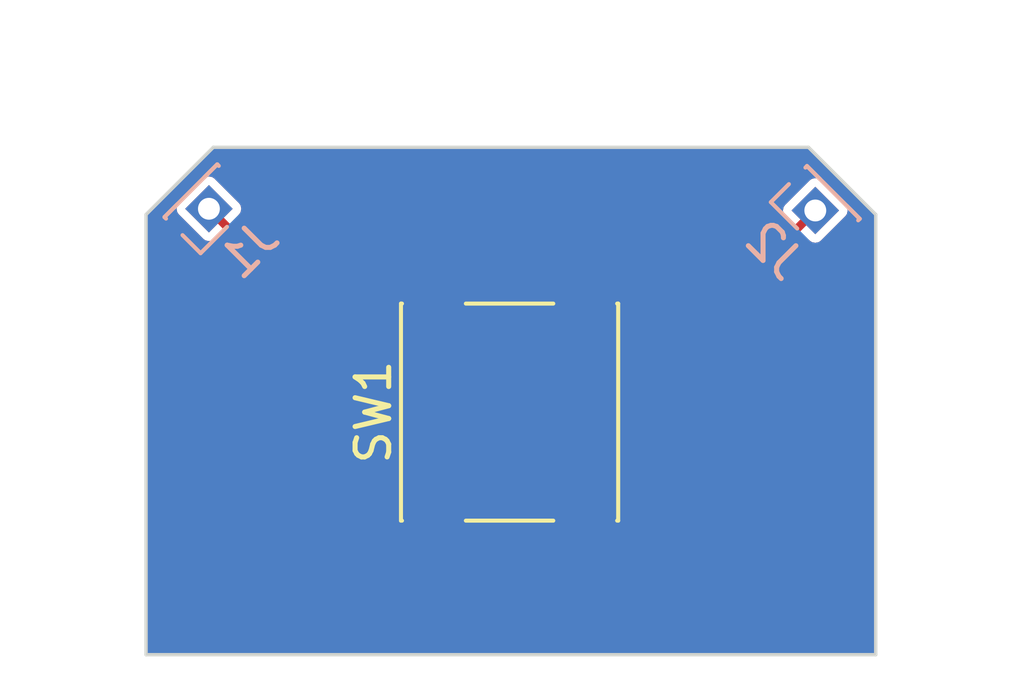
<source format=kicad_pcb>
(kicad_pcb (version 20221018) (generator pcbnew)
  (layers (0 "F.Cu" signal) (31 "B.Cu" signal) (34 "B.Paste" user) (35 "F.Paste" user) (36 "B.SilkS" user "B.Silkscreen") (37 "F.SilkS" user "F.Silkscreen") (38 "B.Mask" user) (39 "F.Mask" user) (44 "Edge.Cuts" user))
  (net 0 "")
  (net 1 "Net-(J1-Pin_1)")
  (net 2 "Net-(J2-Pin_1)")
  (footprint "Button_Switch_SMD:SW_Push_1P1T_NO_6x6mm_H9.5mm" (layer "F.Cu") (at 62.738822 24.644932 90)
    (fp_text reference "SW1" (at 0 -4.05 90) (layer "F.SilkS"))
    (fp_text value "SW_Push")
    (fp_line (start -3.23 -3.23) (end 3.23 -3.23) (stroke (width 0.12)) (layer "F.SilkS"))
    (fp_line (start -3.23 -3.2) (end -3.23 -3.23) (stroke (width 0.12)) (layer "F.SilkS"))
    (fp_line (start -3.23 -1.3) (end -3.23 1.3) (stroke (width 0.12)) (layer "F.SilkS"))
    (fp_line (start -3.23 3.23) (end -3.23 3.2) (stroke (width 0.12)) (layer "F.SilkS"))
    (fp_line (start -3.23 3.23) (end 3.23 3.23) (stroke (width 0.12)) (layer "F.SilkS"))
    (fp_line (start 3.23 -3.23) (end 3.23 -3.2) (stroke (width 0.12)) (layer "F.SilkS"))
    (fp_line (start 3.23 -1.3) (end 3.23 1.3) (stroke (width 0.12)) (layer "F.SilkS"))
    (fp_line (start 3.23 3.23) (end 3.23 3.2) (stroke (width 0.12)) (layer "F.SilkS"))
    (pad "1" smd rect (at -3.975 -2.25 90) (size 1.55 1.3) (layers "F.Cu" "F.Paste" "F.Mask") (net 2 "Net-(J2-Pin_1)"))
    (pad "1" smd rect (at 3.975 -2.25 90) (size 1.55 1.3) (layers "F.Cu" "F.Paste" "F.Mask") (net 2 "Net-(J2-Pin_1)"))
    (pad "2" smd rect (at -3.975 2.25 90) (size 1.55 1.3) (layers "F.Cu" "F.Paste" "F.Mask") (net 1 "Net-(J1-Pin_1)"))
    (pad "2" smd rect (at 3.975 2.25 90) (size 1.55 1.3) (layers "F.Cu" "F.Paste" "F.Mask") (net 1 "Net-(J1-Pin_1)"))
  )
  (footprint "Connector_PinHeader_1.27mm:PinHeader_1x01_P1.27mm_Vertical" (layer "B.Cu") (at 53.7972 18.5928 45)
    (fp_text reference "J1" (at 0 1.695 45) (layer "B.SilkS") (effects (justify mirror)))
    (fp_text value "Conn_01x01_Pin")
    (fp_line (start -1.11 -0.76) (end -1.11 -0.695) (stroke (width 0.12)) (layer "B.SilkS"))
    (fp_line (start -1.11 -0.76) (end -0.563471 -0.76) (stroke (width 0.12)) (layer "B.SilkS"))
    (fp_line (start -1.11 -0.76) (end 1.11 -0.76) (stroke (width 0.12)) (layer "B.SilkS"))
    (fp_line (start -1.11 0) (end -1.11 0.76) (stroke (width 0.12)) (layer "B.SilkS"))
    (fp_line (start -1.11 0.76) (end 0 0.76) (stroke (width 0.12)) (layer "B.SilkS"))
    (fp_line (start 0.563471 -0.76) (end 1.11 -0.76) (stroke (width 0.12)) (layer "B.SilkS"))
    (fp_line (start 1.11 -0.76) (end 1.11 -0.695) (stroke (width 0.12)) (layer "B.SilkS"))
    (pad "1" thru_hole rect (at 0 0 45) (size 1 1) (drill 0.65) (layers "*.Cu" "*.Mask") (net 1 "Net-(J1-Pin_1)"))
  )
  (footprint "Connector_PinHeader_1.27mm:PinHeader_1x01_P1.27mm_Vertical" (layer "B.Cu") (at 71.8312 18.6436 -45)
    (fp_text reference "J2" (at 0 1.695 135) (layer "B.SilkS") (effects (justify mirror)))
    (fp_text value "Conn_01x01_Pin")
    (fp_line (start -1.11 -0.76) (end -1.11 -0.695) (stroke (width 0.12)) (layer "B.SilkS"))
    (fp_line (start -1.11 -0.76) (end -0.563471 -0.76) (stroke (width 0.12)) (layer "B.SilkS"))
    (fp_line (start -1.11 -0.76) (end 1.11 -0.76) (stroke (width 0.12)) (layer "B.SilkS"))
    (fp_line (start -1.11 0) (end -1.11 0.76) (stroke (width 0.12)) (layer "B.SilkS"))
    (fp_line (start -1.11 0.76) (end 0 0.76) (stroke (width 0.12)) (layer "B.SilkS"))
    (fp_line (start 0.563471 -0.76) (end 1.11 -0.76) (stroke (width 0.12)) (layer "B.SilkS"))
    (fp_line (start 1.11 -0.76) (end 1.11 -0.695) (stroke (width 0.12)) (layer "B.SilkS"))
    (pad "1" thru_hole rect (at 0 0 315) (size 1 1) (drill 0.65) (layers "*.Cu" "*.Mask") (net 2 "Net-(J2-Pin_1)"))
  )
  (gr_line (start 51.928463 31.864) (end 73.628 31.864) (stroke (width 0.1)) (layer "Edge.Cuts"))
  (gr_line (start 73.628 18.764) (end 71.628 16.764) (stroke (width 0.1)) (layer "Edge.Cuts"))
  (gr_line (start 53.928463 16.764) (end 51.928463 18.764) (stroke (width 0.1)) (layer "Edge.Cuts"))
  (gr_line (start 71.628 16.764) (end 53.928463 16.764) (stroke (width 0.1)) (layer "Edge.Cuts"))
  (gr_line (start 73.628 31.864) (end 73.628 18.764) (stroke (width 0.1)) (layer "Edge.Cuts"))
  (gr_line (start 51.928463 18.764) (end 51.928463 31.864) (stroke (width 0.1)) (layer "Edge.Cuts"))
  (segment (start 64.988822 20.669932) (end 64.988822 28.6076) (width 0.25) (layer "F.Cu") (net 1))
  (segment (start 54.9656 19.7612) (end 57.7088 19.7612) (width 0.25) (layer "F.Cu") (net 1))
  (segment (start 53.7972 18.5928) (end 54.9656 19.7612) (width 0.25) (layer "F.Cu") (net 1))
  (segment (start 59.1312 18.3388) (end 64.0588 18.3388) (width 0.25) (layer "F.Cu") (net 1))
  (segment (start 57.7088 19.7612) (end 59.1312 18.3388) (width 0.25) (layer "F.Cu") (net 1))
  (segment (start 64.988822 19.268822) (end 64.988822 20.669932) (width 0.25) (layer "F.Cu") (net 1))
  (segment (start 64.0588 18.3388) (end 64.988822 19.268822) (width 0.25) (layer "F.Cu") (net 1))
  (segment (start 61.8236 30.8864) (end 68.58 30.8864) (width 0.25) (layer "F.Cu") (net 2))
  (segment (start 68.58 30.8864) (end 70.1548 29.3116) (width 0.25) (layer "F.Cu") (net 2))
  (segment (start 60.488822 20.669932) (end 60.488822 28.619932) (width 0.25) (layer "F.Cu") (net 2))
  (segment (start 70.1548 29.3116) (end 70.1548 20.32) (width 0.25) (layer "F.Cu") (net 2))
  (segment (start 70.1548 20.32) (end 71.8312 18.6436) (width 0.25) (layer "F.Cu") (net 2))
  (segment (start 60.488822 29.551622) (end 61.8236 30.8864) (width 0.25) (layer "F.Cu") (net 2))
  (segment (start 60.488822 28.619932) (end 60.488822 29.551622) (width 0.25) (layer "F.Cu") (net 2))
  (zone (net 0) (net_name "") (layers "F&B.Cu") (connect_pads (clearance 0.25)) (min_thickness 0.25) (fill yes (thermal_gap 0.5) (thermal_bridge_width 0.5) (island_removal_mode 1) (island_area_min 10))
    (polygon (pts (xy 50.292 13.4112) (xy 75.7936 13.3096) (xy 75.7428 32.7152) (xy 50.3936 32.8676)))
  )
)
</source>
